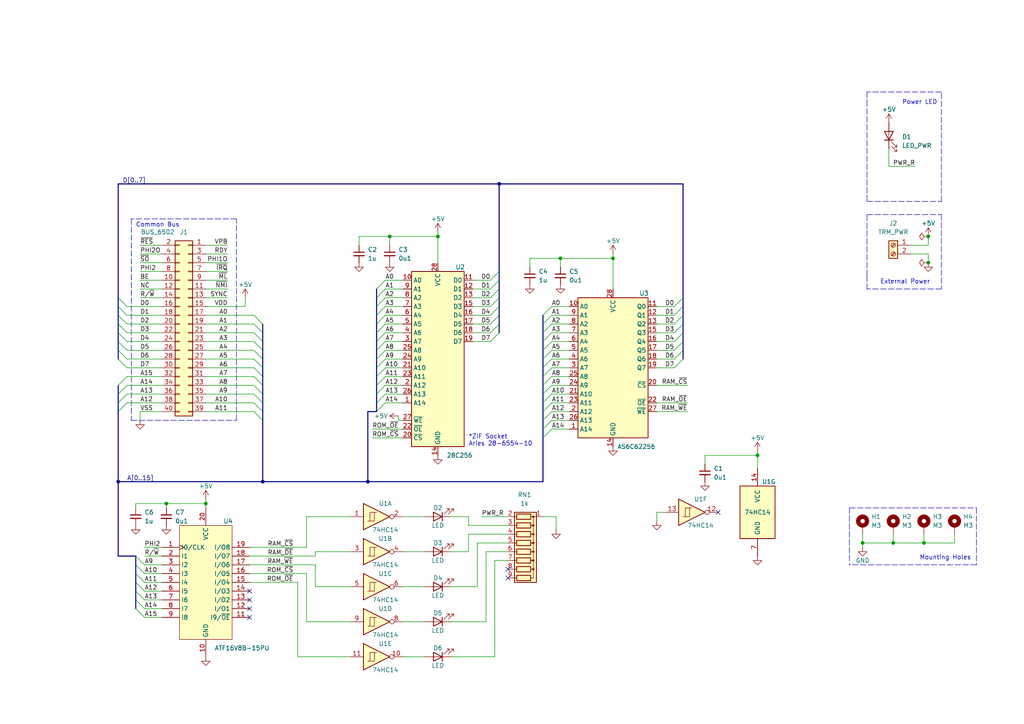
<source format=kicad_sch>
(kicad_sch (version 20211123) (generator eeschema)
  (paper "A4")
  (title_block (title "Retro Stack - RAM & ROM") (date "2023-04-04") (rev "0") (company "Microcode.io"))
  (lib_symbols
    (symbol "74xx:74HC14" (pin_names (offset 1.016))
      (property "Reference" "U" (at 0 1.27 0))
      (property "Value" "74HC14" (at 0 -1.27 0))
      (symbol "74HC14_1_0"
        (pin input line (at -7.62 0 0) (length 3.81) (name "~") (number "1"))
        (pin output inverted (at 7.62 0 180) (length 3.81) (name "~") (number "2"))
      )
      (symbol "74HC14_2_0"
        (pin input line (at -7.62 0 0) (length 3.81) (name "~") (number "3"))
        (pin output inverted (at 7.62 0 180) (length 3.81) (name "~") (number "4"))
      )
      (symbol "74HC14_3_0"
        (pin input line (at -7.62 0 0) (length 3.81) (name "~") (number "5"))
        (pin output inverted (at 7.62 0 180) (length 3.81) (name "~") (number "6"))
      )
      (symbol "74HC14_4_0"
        (pin output inverted (at 7.62 0 180) (length 3.81) (name "~") (number "8"))
        (pin input line (at -7.62 0 0) (length 3.81) (name "~") (number "9"))
      )
      (symbol "74HC14_5_0"
        (pin output inverted (at 7.62 0 180) (length 3.81) (name "~") (number "10"))
        (pin input line (at -7.62 0 0) (length 3.81) (name "~") (number "11"))
      )
      (symbol "74HC14_6_0"
        (pin output inverted (at 7.62 0 180) (length 3.81) (name "~") (number "12"))
        (pin input line (at -7.62 0 0) (length 3.81) (name "~") (number "13"))
      )
      (symbol "74HC14_7_0"
        (pin power_in line (at 0 12.7 270) (length 5.08) (name "VCC") (number "14"))
        (pin power_in line (at 0 -12.7 90) (length 5.08) (name "GND") (number "7"))
      )
    )
    (symbol "Connector:Screw_Terminal_01x02" (pin_names (offset 1.016) hide)
      (property "Reference" "J" (at 0 2.54 0))
      (property "Value" "Screw_Terminal_01x02" (at 0 -5.08 0))
      (symbol "Screw_Terminal_01x02_1_1"
        (pin passive line (at -5.08 0 0) (length 3.81) (name "Pin_1") (number "1"))
        (pin passive line (at -5.08 -2.54 0) (length 3.81) (name "Pin_2") (number "2"))
      )
    )
    (symbol "Connector_Generic:Conn_02x20_Odd_Even" (pin_names (offset 1.016) hide)
      (property "Reference" "J" (at 1.27 25.4 0))
      (property "Value" "Conn_02x20_Odd_Even" (at 1.27 -27.94 0))
      (symbol "Conn_02x20_Odd_Even_1_1"
        (pin passive line (at -5.08 22.86 0) (length 3.81) (name "Pin_1") (number "1"))
        (pin passive line (at 7.62 12.7 180) (length 3.81) (name "Pin_10") (number "10"))
        (pin passive line (at -5.08 10.16 0) (length 3.81) (name "Pin_11") (number "11"))
        (pin passive line (at 7.62 10.16 180) (length 3.81) (name "Pin_12") (number "12"))
        (pin passive line (at -5.08 7.62 0) (length 3.81) (name "Pin_13") (number "13"))
        (pin passive line (at 7.62 7.62 180) (length 3.81) (name "Pin_14") (number "14"))
        (pin passive line (at -5.08 5.08 0) (length 3.81) (name "Pin_15") (number "15"))
        (pin passive line (at 7.62 5.08 180) (length 3.81) (name "Pin_16") (number "16"))
        (pin passive line (at -5.08 2.54 0) (length 3.81) (name "Pin_17") (number "17"))
        (pin passive line (at 7.62 2.54 180) (length 3.81) (name "Pin_18") (number "18"))
        (pin passive line (at -5.08 0 0) (length 3.81) (name "Pin_19") (number "19"))
        (pin passive line (at 7.62 22.86 180) (length 3.81) (name "Pin_2") (number "2"))
        (pin passive line (at 7.62 0 180) (length 3.81) (name "Pin_20") (number "20"))
        (pin passive line (at -5.08 -2.54 0) (length 3.81) (name "Pin_21") (number "21"))
        (pin passive line (at 7.62 -2.54 180) (length 3.81) (name "Pin_22") (number "22"))
        (pin passive line (at -5.08 -5.08 0) (length 3.81) (name "Pin_23") (number "23"))
        (pin passive line (at 7.62 -5.08 180) (length 3.81) (name "Pin_24") (number "24"))
        (pin passive line (at -5.08 -7.62 0) (length 3.81) (name "Pin_25") (number "25"))
        (pin passive line (at 7.62 -7.62 180) (length 3.81) (name "Pin_26") (number "26"))
        (pin passive line (at -5.08 -10.16 0) (length 3.81) (name "Pin_27") (number "27"))
        (pin passive line (at 7.62 -10.16 180) (length 3.81) (name "Pin_28") (number "28"))
        (pin passive line (at -5.08 -12.7 0) (length 3.81) (name "Pin_29") (number "29"))
        (pin passive line (at -5.08 20.32 0) (length 3.81) (name "Pin_3") (number "3"))
        (pin passive line (at 7.62 -12.7 180) (length 3.81) (name "Pin_30") (number "30"))
        (pin passive line (at -5.08 -15.24 0) (length 3.81) (name "Pin_31") (number "31"))
        (pin passive line (at 7.62 -15.24 180) (length 3.81) (name "Pin_32") (number "32"))
        (pin passive line (at -5.08 -17.78 0) (length 3.81) (name "Pin_33") (number "33"))
        (pin passive line (at 7.62 -17.78 180) (length 3.81) (name "Pin_34") (number "34"))
        (pin passive line (at -5.08 -20.32 0) (length 3.81) (name "Pin_35") (number "35"))
        (pin passive line (at 7.62 -20.32 180) (length 3.81) (name "Pin_36") (number "36"))
        (pin passive line (at -5.08 -22.86 0) (length 3.81) (name "Pin_37") (number "37"))
        (pin passive line (at 7.62 -22.86 180) (length 3.81) (name "Pin_38") (number "38"))
        (pin passive line (at -5.08 -25.4 0) (length 3.81) (name "Pin_39") (number "39"))
        (pin passive line (at 7.62 20.32 180) (length 3.81) (name "Pin_4") (number "4"))
        (pin passive line (at 7.62 -25.4 180) (length 3.81) (name "Pin_40") (number "40"))
        (pin passive line (at -5.08 17.78 0) (length 3.81) (name "Pin_5") (number "5"))
        (pin passive line (at 7.62 17.78 180) (length 3.81) (name "Pin_6") (number "6"))
        (pin passive line (at -5.08 15.24 0) (length 3.81) (name "Pin_7") (number "7"))
        (pin passive line (at 7.62 15.24 180) (length 3.81) (name "Pin_8") (number "8"))
        (pin passive line (at -5.08 12.7 0) (length 3.81) (name "Pin_9") (number "9"))
      )
    )
    (symbol "Device:C_Small" (pin_numbers hide) (pin_names (offset 0.254) hide)
      (property "Reference" "C" (at 0.254 1.778 0))
      (property "Value" "C_Small" (at 0.254 -2.032 0))
      (symbol "C_Small_1_1"
        (pin passive line (at 0 2.54 270) (length 2.032) (name "~") (number "1"))
        (pin passive line (at 0 -2.54 90) (length 2.032) (name "~") (number "2"))
      )
    )
    (symbol "Device:LED" (pin_numbers hide) (pin_names (offset 1.016) hide)
      (property "Reference" "D" (at 0 2.54 0))
      (property "Value" "LED" (at 0 -2.54 0))
      (symbol "LED_1_1"
        (pin passive line (at -3.81 0 0) (length 2.54) (name "K") (number "1"))
        (pin passive line (at 3.81 0 180) (length 2.54) (name "A") (number "2"))
      )
    )
    (symbol "Device:R_Network08" (pin_names (offset 0) hide)
      (property "Reference" "RN" (at -12.7 0 90))
      (property "Value" "R_Network08" (at 10.16 0 90))
      (symbol "R_Network08_1_1"
        (pin passive line (at -10.16 5.08 270) (length 2.54) (name "common") (number "1"))
        (pin passive line (at -10.16 -5.08 90) (length 1.27) (name "R1") (number "2"))
        (pin passive line (at -7.62 -5.08 90) (length 1.27) (name "R2") (number "3"))
        (pin passive line (at -5.08 -5.08 90) (length 1.27) (name "R3") (number "4"))
        (pin passive line (at -2.54 -5.08 90) (length 1.27) (name "R4") (number "5"))
        (pin passive line (at 0 -5.08 90) (length 1.27) (name "R5") (number "6"))
        (pin passive line (at 2.54 -5.08 90) (length 1.27) (name "R6") (number "7"))
        (pin passive line (at 5.08 -5.08 90) (length 1.27) (name "R7") (number "8"))
        (pin passive line (at 7.62 -5.08 90) (length 1.27) (name "R8") (number "9"))
      )
    )
    (symbol "Mechanical:MountingHole_Pad" (pin_numbers hide) (pin_names (offset 1.016) hide)
      (property "Reference" "H" (at 0 6.35 0))
      (property "Value" "MountingHole_Pad" (at 0 4.445 0))
      (symbol "MountingHole_Pad_1_1"
        (pin input line (at 0 -2.54 90) (length 2.54) (name "1") (number "1"))
      )
    )
    (symbol "Memory_EEPROM:28C256"
      (property "Reference" "U2" (at 5.08 26.67 0))
      (property "Value" "28C256" (at 2.54 -27.94 0))
      (symbol "28C256_0_0"
        (pin no_connect line (at -2.54 -27.94 90) (length 2.54) hide (name "MH") (number "MH1"))
        (pin no_connect line (at 3.175 27.94 270) (length 2.54) hide (name "MH") (number "MH2"))
      )
      (symbol "28C256_1_1"
        (pin input line (at -10.16 -12.7 0) (length 2.54) (name "A14") (number "1"))
        (pin input line (at -10.16 22.86 0) (length 2.54) (name "A0") (number "10"))
        (pin tri_state line (at 10.16 22.86 180) (length 2.54) (name "D0") (number "11"))
        (pin tri_state line (at 10.16 20.32 180) (length 2.54) (name "D1") (number "12"))
        (pin tri_state line (at 10.16 17.78 180) (length 2.54) (name "D2") (number "13"))
        (pin power_in line (at 0 -27.94 90) (length 2.54) (name "GND") (number "14"))
        (pin tri_state line (at 10.16 15.24 180) (length 2.54) (name "D3") (number "15"))
        (pin tri_state line (at 10.16 12.7 180) (length 2.54) (name "D4") (number "16"))
        (pin tri_state line (at 10.16 10.16 180) (length 2.54) (name "D5") (number "17"))
        (pin tri_state line (at 10.16 7.62 180) (length 2.54) (name "D6") (number "18"))
        (pin tri_state line (at 10.16 5.08 180) (length 2.54) (name "D7") (number "19"))
        (pin input line (at -10.16 -7.62 0) (length 2.54) (name "A12") (number "2"))
        (pin input line (at -10.16 -22.86 0) (length 2.54) (name "~{CS}") (number "20"))
        (pin input line (at -10.16 -2.54 0) (length 2.54) (name "A10") (number "21"))
        (pin input line (at -10.16 -20.32 0) (length 2.54) (name "~{OE}") (number "22"))
        (pin input line (at -10.16 -5.08 0) (length 2.54) (name "A11") (number "23"))
        (pin input line (at -10.16 0 0) (length 2.54) (name "A9") (number "24"))
        (pin input line (at -10.16 2.54 0) (length 2.54) (name "A8") (number "25"))
        (pin input line (at -10.16 -10.16 0) (length 2.54) (name "A13") (number "26"))
        (pin input line (at -10.16 -17.78 0) (length 2.54) (name "~{WE}") (number "27"))
        (pin power_in line (at 0 27.94 270) (length 2.54) (name "VCC") (number "28"))
        (pin input line (at -10.16 5.08 0) (length 2.54) (name "A7") (number "3"))
        (pin input line (at -10.16 7.62 0) (length 2.54) (name "A6") (number "4"))
        (pin input line (at -10.16 10.16 0) (length 2.54) (name "A5") (number "5"))
        (pin input line (at -10.16 12.7 0) (length 2.54) (name "A4") (number "6"))
        (pin input line (at -10.16 15.24 0) (length 2.54) (name "A3") (number "7"))
        (pin input line (at -10.16 17.78 0) (length 2.54) (name "A2") (number "8"))
        (pin input line (at -10.16 20.32 0) (length 2.54) (name "A1") (number "9"))
      )
    )
    (symbol "Memory_RAM:KM62256CLP"
      (property "Reference" "U" (at -10.16 20.955 0))
      (property "Value" "KM62256CLP" (at 2.54 20.955 0))
      (symbol "KM62256CLP_0_0"
        (pin power_in line (at 0 -22.86 90) (length 2.54) (name "GND") (number "14"))
        (pin power_in line (at 0 22.86 270) (length 2.54) (name "VCC") (number "28"))
      )
      (symbol "KM62256CLP_1_1"
        (pin input line (at -12.7 -17.78 0) (length 2.54) (name "A14") (number "1"))
        (pin input line (at -12.7 17.78 0) (length 2.54) (name "A0") (number "10"))
        (pin tri_state line (at 12.7 17.78 180) (length 2.54) (name "Q0") (number "11"))
        (pin tri_state line (at 12.7 15.24 180) (length 2.54) (name "Q1") (number "12"))
        (pin tri_state line (at 12.7 12.7 180) (length 2.54) (name "Q2") (number "13"))
        (pin tri_state line (at 12.7 10.16 180) (length 2.54) (name "Q3") (number "15"))
        (pin tri_state line (at 12.7 7.62 180) (length 2.54) (name "Q4") (number "16"))
        (pin tri_state line (at 12.7 5.08 180) (length 2.54) (name "Q5") (number "17"))
        (pin tri_state line (at 12.7 2.54 180) (length 2.54) (name "Q6") (number "18"))
        (pin tri_state line (at 12.7 0 180) (length 2.54) (name "Q7") (number "19"))
        (pin input line (at -12.7 -12.7 0) (length 2.54) (name "A12") (number "2"))
        (pin input line (at 12.7 -5.08 180) (length 2.54) (name "~{CS}") (number "20"))
        (pin input line (at -12.7 -7.62 0) (length 2.54) (name "A10") (number "21"))
        (pin input line (at 12.7 -10.16 180) (length 2.54) (name "~{OE}") (number "22"))
        (pin input line (at -12.7 -10.16 0) (length 2.54) (name "A11") (number "23"))
        (pin input line (at -12.7 -5.08 0) (length 2.54) (name "A9") (number "24"))
        (pin input line (at -12.7 -2.54 0) (length 2.54) (name "A8") (number "25"))
        (pin input line (at -12.7 -15.24 0) (length 2.54) (name "A13") (number "26"))
        (pin input line (at 12.7 -12.7 180) (length 2.54) (name "~{WE}") (number "27"))
        (pin input line (at -12.7 0 0) (length 2.54) (name "A7") (number "3"))
        (pin input line (at -12.7 2.54 0) (length 2.54) (name "A6") (number "4"))
        (pin input line (at -12.7 5.08 0) (length 2.54) (name "A5") (number "5"))
        (pin input line (at -12.7 7.62 0) (length 2.54) (name "A4") (number "6"))
        (pin input line (at -12.7 10.16 0) (length 2.54) (name "A3") (number "7"))
        (pin input line (at -12.7 12.7 0) (length 2.54) (name "A2") (number "8"))
        (pin input line (at -12.7 15.24 0) (length 2.54) (name "A1") (number "9"))
      )
    )
    (symbol "RetroStack:ATF16V8B-15PU"
      (property "Reference" "U" (at 2.54 20.32 0))
      (property "Value" "ATF16V8B-15PU" (at 8.89 17.78 0))
      (symbol "ATF16V8B-15PU_1_1"
        (pin input clock (at -12.7 10.16 0) (length 5.08) (name "I0/CLK") (number "1"))
        (pin power_in line (at 0 -21.59 90) (length 5.08) (name "GND") (number "10"))
        (pin input line (at 12.7 -10.16 180) (length 5.08) (name "I9/~{OE}") (number "11"))
        (pin bidirectional line (at 12.7 -7.62 180) (length 5.08) (name "I/O1") (number "12"))
        (pin bidirectional line (at 12.7 -5.08 180) (length 5.08) (name "I/O2") (number "13"))
        (pin bidirectional line (at 12.7 -2.54 180) (length 5.08) (name "I/O3") (number "14"))
        (pin bidirectional line (at 12.7 0 180) (length 5.08) (name "I/O4") (number "15"))
        (pin bidirectional line (at 12.7 2.54 180) (length 5.08) (name "I/O5") (number "16"))
        (pin bidirectional line (at 12.7 5.08 180) (length 5.08) (name "I/O6") (number "17"))
        (pin bidirectional line (at 12.7 7.62 180) (length 5.08) (name "I/O7") (number "18"))
        (pin bidirectional line (at 12.7 10.16 180) (length 5.08) (name "I/O8") (number "19"))
        (pin input line (at -12.7 7.62 0) (length 5.08) (name "I1") (number "2"))
        (pin power_in line (at 0 21.59 270) (length 5.08) (name "VCC") (number "20"))
        (pin input line (at -12.7 5.08 0) (length 5.08) (name "I2") (number "3"))
        (pin input line (at -12.7 2.54 0) (length 5.08) (name "I3") (number "4"))
        (pin input line (at -12.7 0 0) (length 5.08) (name "I4") (number "5"))
        (pin input line (at -12.7 -2.54 0) (length 5.08) (name "I5") (number "6"))
        (pin input line (at -12.7 -5.08 0) (length 5.08) (name "I6") (number "7"))
        (pin input line (at -12.7 -7.62 0) (length 5.08) (name "I7") (number "8"))
        (pin input line (at -12.7 -10.16 0) (length 5.08) (name "I8") (number "9"))
      )
    )
    (symbol "power:+5V" (power) (pin_names (offset 0))
      (property "Value" "+5V" (at 0 3.556 0))
      (symbol "+5V_1_1"
        (pin power_in line (at 0 0 90) (length 0) hide (name "+5V") (number "1"))
      )
    )
    (symbol "power:GND" (power) (pin_names (offset 0))
      (property "Value" "GND" (at 0 -3.81 0))
      (symbol "GND_1_1"
        (pin power_in line (at 0 0 270) (length 0) hide (name "GND") (number "1"))
      )
    )
    (symbol "power:PWR_FLAG" (power) (pin_numbers hide) (pin_names (offset 0) hide)
      (property "Value" "PWR_FLAG" (at 0 3.81 0))
      (symbol "PWR_FLAG_0_0"
        (pin power_out line (at 0 0 90) (length 0) (name "pwr") (number "1"))
      )
    )
  )
  (junction (at 219.71 132.08))
  (junction (at 269.24 76.2))
  (junction (at 48.26 146.05))
  (junction (at 144.78 53.34))
  (junction (at 269.24 68.58))
  (junction (at 34.29 139.7))
  (junction (at 113.03 68.58))
  (junction (at 177.8 74.93))
  (junction (at 259.08 157.48))
  (junction (at 127 68.58))
  (junction (at 59.69 146.05))
  (junction (at 162.56 74.93))
  (junction (at 267.97 157.48))
  (junction (at 76.2 139.7))
  (junction (at 106.68 139.7))
  (junction (at 250.19 157.48))
  (no_connect (at 208.28 148.59))
  (no_connect (at 72.39 171.45))
  (no_connect (at 147.32 165.1))
  (no_connect (at 72.39 176.53))
  (no_connect (at 72.39 173.99))
  (no_connect (at 147.32 167.64))
  (no_connect (at 72.39 179.07))
  (bus_entry (at 73.66 96.52) (size 2.54 2.54))
  (bus_entry (at 160.02 104.14) (size -2.54 2.54))
  (bus_entry (at 160.02 124.46) (size -2.54 2.54))
  (bus_entry (at 73.66 109.22) (size 2.54 2.54))
  (bus_entry (at 73.66 93.98) (size 2.54 2.54))
  (bus_entry (at 36.83 88.9) (size -2.54 -2.54))
  (bus_entry (at 195.58 91.44) (size 2.54 -2.54))
  (bus_entry (at 36.83 116.84) (size -2.54 2.54))
  (bus_entry (at 36.83 99.06) (size -2.54 -2.54))
  (bus_entry (at 41.91 176.53) (size -2.54 -2.54))
  (bus_entry (at 36.83 104.14) (size -2.54 -2.54))
  (bus_entry (at 160.02 116.84) (size -2.54 2.54))
  (bus_entry (at 195.58 99.06) (size 2.54 -2.54))
  (bus_entry (at 111.76 81.28) (size -2.54 2.54))
  (bus_entry (at 142.24 81.28) (size 2.54 -2.54))
  (bus_entry (at 160.02 93.98) (size -2.54 2.54))
  (bus_entry (at 41.91 179.07) (size -2.54 -2.54))
  (bus_entry (at 111.76 83.82) (size -2.54 2.54))
  (bus_entry (at 36.83 96.52) (size -2.54 -2.54))
  (bus_entry (at 160.02 101.6) (size -2.54 2.54))
  (bus_entry (at 36.83 114.3) (size -2.54 2.54))
  (bus_entry (at 73.66 104.14) (size 2.54 2.54))
  (bus_entry (at 160.02 111.76) (size -2.54 2.54))
  (bus_entry (at 73.66 114.3) (size 2.54 2.54))
  (bus_entry (at 111.76 111.76) (size -2.54 2.54))
  (bus_entry (at 73.66 111.76) (size 2.54 2.54))
  (bus_entry (at 73.66 116.84) (size 2.54 2.54))
  (bus_entry (at 111.76 114.3) (size -2.54 2.54))
  (bus_entry (at 36.83 101.6) (size -2.54 -2.54))
  (bus_entry (at 36.83 111.76) (size -2.54 2.54))
  (bus_entry (at 111.76 104.14) (size -2.54 2.54))
  (bus_entry (at 195.58 93.98) (size 2.54 -2.54))
  (bus_entry (at 111.76 86.36) (size -2.54 2.54))
  (bus_entry (at 160.02 99.06) (size -2.54 2.54))
  (bus_entry (at 36.83 93.98) (size -2.54 -2.54))
  (bus_entry (at 73.66 106.68) (size 2.54 2.54))
  (bus_entry (at 142.24 83.82) (size 2.54 -2.54))
  (bus_entry (at 73.66 91.44) (size 2.54 2.54))
  (bus_entry (at 111.76 109.22) (size -2.54 2.54))
  (bus_entry (at 195.58 96.52) (size 2.54 -2.54))
  (bus_entry (at 111.76 96.52) (size -2.54 2.54))
  (bus_entry (at 111.76 116.84) (size -2.54 2.54))
  (bus_entry (at 41.91 173.99) (size -2.54 -2.54))
  (bus_entry (at 142.24 96.52) (size 2.54 -2.54))
  (bus_entry (at 41.91 166.37) (size -2.54 -2.54))
  (bus_entry (at 111.76 93.98) (size -2.54 2.54))
  (bus_entry (at 111.76 99.06) (size -2.54 2.54))
  (bus_entry (at 36.83 91.44) (size -2.54 -2.54))
  (bus_entry (at 142.24 91.44) (size 2.54 -2.54))
  (bus_entry (at 111.76 91.44) (size -2.54 2.54))
  (bus_entry (at 160.02 106.68) (size -2.54 2.54))
  (bus_entry (at 36.83 106.68) (size -2.54 -2.54))
  (bus_entry (at 142.24 86.36) (size 2.54 -2.54))
  (bus_entry (at 160.02 91.44) (size -2.54 2.54))
  (bus_entry (at 195.58 106.68) (size 2.54 -2.54))
  (bus_entry (at 73.66 119.38) (size 2.54 2.54))
  (bus_entry (at 160.02 88.9) (size -2.54 2.54))
  (bus_entry (at 41.91 163.83) (size -2.54 -2.54))
  (bus_entry (at 160.02 114.3) (size -2.54 2.54))
  (bus_entry (at 142.24 93.98) (size 2.54 -2.54))
  (bus_entry (at 36.83 109.22) (size -2.54 2.54))
  (bus_entry (at 142.24 99.06) (size 2.54 -2.54))
  (bus_entry (at 195.58 104.14) (size 2.54 -2.54))
  (bus_entry (at 160.02 96.52) (size -2.54 2.54))
  (bus_entry (at 73.66 99.06) (size 2.54 2.54))
  (bus_entry (at 195.58 88.9) (size 2.54 -2.54))
  (bus_entry (at 73.66 101.6) (size 2.54 2.54))
  (bus_entry (at 111.76 106.68) (size -2.54 2.54))
  (bus_entry (at 41.91 168.91) (size -2.54 -2.54))
  (bus_entry (at 160.02 109.22) (size -2.54 2.54))
  (bus_entry (at 160.02 119.38) (size -2.54 2.54))
  (bus_entry (at 195.58 101.6) (size 2.54 -2.54))
  (bus_entry (at 142.24 88.9) (size 2.54 -2.54))
  (bus_entry (at 111.76 88.9) (size -2.54 2.54))
  (bus_entry (at 111.76 101.6) (size -2.54 2.54))
  (bus_entry (at 41.91 171.45) (size -2.54 -2.54))
  (bus_entry (at 160.02 121.92) (size -2.54 2.54))
  (bus (pts (xy 157.48 121.92) (xy 157.48 124.46)))
  (wire (pts (xy 91.44 160.02) (xy 91.44 161.29)))
  (wire (pts (xy 130.81 190.5) (xy 143.51 190.5)))
  (wire (pts (xy 111.76 83.82) (xy 116.84 83.82)))
  (bus (pts (xy 34.29 111.76) (xy 34.29 114.3)))
  (wire (pts (xy 190.5 96.52) (xy 195.58 96.52)))
  (wire (pts (xy 111.76 86.36) (xy 116.84 86.36)))
  (bus (pts (xy 109.22 86.36) (xy 109.22 88.9)))
  (wire (pts (xy 177.8 74.93) (xy 177.8 83.82)))
  (bus (pts (xy 34.29 93.98) (xy 34.29 91.44)))
  (wire (pts (xy 130.81 180.34) (xy 140.97 180.34)))
  (wire (pts (xy 219.71 130.81) (xy 219.71 132.08)))
  (bus (pts (xy 34.29 86.36) (xy 34.29 53.34)))
  (wire (pts (xy 137.16 83.82) (xy 142.24 83.82)))
  (bus (pts (xy 109.22 111.76) (xy 109.22 114.3)))
  (bus (pts (xy 76.2 111.76) (xy 76.2 114.3)))
  (wire (pts (xy 190.5 88.9) (xy 195.58 88.9)))
  (wire (pts (xy 190.5 93.98) (xy 195.58 93.98)))
  (wire (pts (xy 41.91 161.29) (xy 46.99 161.29)))
  (wire (pts (xy 111.76 93.98) (xy 116.84 93.98)))
  (wire (pts (xy 59.69 96.52) (xy 73.66 96.52)))
  (wire (pts (xy 101.6 149.86) (xy 88.9 149.86)))
  (wire (pts (xy 101.6 180.34) (xy 88.9 180.34)))
  (wire (pts (xy 143.51 190.5) (xy 143.51 162.56)))
  (bus (pts (xy 144.78 88.9) (xy 144.78 91.44)))
  (wire (pts (xy 36.83 116.84) (xy 46.99 116.84)))
  (wire (pts (xy 36.83 104.14) (xy 46.99 104.14)))
  (wire (pts (xy 72.39 166.37) (xy 88.9 166.37)))
  (wire (pts (xy 101.6 160.02) (xy 91.44 160.02)))
  (bus (pts (xy 34.29 53.34) (xy 144.78 53.34)))
  (wire (pts (xy 111.76 111.76) (xy 116.84 111.76)))
  (wire (pts (xy 88.9 180.34) (xy 88.9 166.37)))
  (wire (pts (xy 36.83 106.68) (xy 46.99 106.68)))
  (wire (pts (xy 40.64 81.28) (xy 46.99 81.28)))
  (bus (pts (xy 157.48 127) (xy 157.48 139.7)))
  (wire (pts (xy 59.69 116.84) (xy 73.66 116.84)))
  (wire (pts (xy 111.76 104.14) (xy 116.84 104.14)))
  (bus (pts (xy 76.2 101.6) (xy 76.2 104.14)))
  (wire (pts (xy 190.5 101.6) (xy 195.58 101.6)))
  (polyline (pts (xy 273.05 26.67) (xy 251.46 26.67)))
  (polyline (pts (xy 251.46 29.21) (xy 251.46 58.42)))
  (wire (pts (xy 36.83 91.44) (xy 46.99 91.44)))
  (bus (pts (xy 34.29 101.6) (xy 34.29 99.06)))
  (wire (pts (xy 72.39 168.91) (xy 86.36 168.91)))
  (bus (pts (xy 39.37 161.29) (xy 34.29 161.29)))
  (polyline (pts (xy 273.05 62.23) (xy 273.05 83.82)))
  (bus (pts (xy 106.68 119.38) (xy 106.68 139.7)))
  (wire (pts (xy 116.84 149.86) (xy 123.19 149.86)))
  (wire (pts (xy 59.69 76.2) (xy 66.04 76.2)))
  (wire (pts (xy 59.69 88.9) (xy 71.12 88.9)))
  (wire (pts (xy 267.97 157.48) (xy 259.08 157.48)))
  (wire (pts (xy 127 67.31) (xy 127 68.58)))
  (wire (pts (xy 72.39 161.29) (xy 91.44 161.29)))
  (wire (pts (xy 160.02 93.98) (xy 165.1 93.98)))
  (wire (pts (xy 111.76 96.52) (xy 116.84 96.52)))
  (bus (pts (xy 109.22 96.52) (xy 109.22 99.06)))
  (wire (pts (xy 104.14 71.12) (xy 104.14 68.58)))
  (wire (pts (xy 160.02 116.84) (xy 165.1 116.84)))
  (wire (pts (xy 36.83 114.3) (xy 46.99 114.3)))
  (bus (pts (xy 144.78 93.98) (xy 144.78 96.52)))
  (wire (pts (xy 111.76 88.9) (xy 116.84 88.9)))
  (bus (pts (xy 39.37 171.45) (xy 39.37 168.91)))
  (wire (pts (xy 40.64 119.38) (xy 46.99 119.38)))
  (wire (pts (xy 59.69 106.68) (xy 73.66 106.68)))
  (polyline (pts (xy 251.46 80.01) (xy 251.46 62.23)))
  (bus (pts (xy 34.29 119.38) (xy 34.29 139.7)))
  (wire (pts (xy 59.69 104.14) (xy 73.66 104.14)))
  (wire (pts (xy 137.16 81.28) (xy 142.24 81.28)))
  (bus (pts (xy 76.2 106.68) (xy 76.2 109.22)))
  (bus (pts (xy 198.12 93.98) (xy 198.12 91.44)))
  (bus (pts (xy 76.2 104.14) (xy 76.2 106.68)))
  (polyline (pts (xy 246.38 147.32) (xy 283.21 147.32)))
  (wire (pts (xy 264.16 71.12) (xy 269.24 71.12)))
  (bus (pts (xy 157.48 124.46) (xy 157.48 127)))
  (wire (pts (xy 59.69 93.98) (xy 73.66 93.98)))
  (wire (pts (xy 137.16 96.52) (xy 142.24 96.52)))
  (bus (pts (xy 198.12 99.06) (xy 198.12 96.52)))
  (polyline (pts (xy 251.46 58.42) (xy 273.05 58.42)))
  (wire (pts (xy 190.5 148.59) (xy 193.04 148.59)))
  (wire (pts (xy 115.57 121.92) (xy 116.84 121.92)))
  (bus (pts (xy 109.22 119.38) (xy 106.68 119.38)))
  (wire (pts (xy 59.69 78.74) (xy 66.04 78.74)))
  (wire (pts (xy 41.91 158.75) (xy 46.99 158.75)))
  (wire (pts (xy 59.69 114.3) (xy 73.66 114.3)))
  (wire (pts (xy 86.36 190.5) (xy 86.36 168.91)))
  (wire (pts (xy 137.16 86.36) (xy 142.24 86.36)))
  (polyline (pts (xy 283.21 163.83) (xy 246.38 163.83)))
  (bus (pts (xy 157.48 91.44) (xy 157.48 93.98)))
  (wire (pts (xy 111.76 116.84) (xy 116.84 116.84)))
  (wire (pts (xy 139.7 149.86) (xy 147.32 149.86)))
  (wire (pts (xy 39.37 146.05) (xy 48.26 146.05)))
  (wire (pts (xy 41.91 173.99) (xy 46.99 173.99)))
  (bus (pts (xy 109.22 109.22) (xy 109.22 111.76)))
  (bus (pts (xy 109.22 104.14) (xy 109.22 106.68)))
  (polyline (pts (xy 38.1 121.92) (xy 68.58 121.92)))
  (wire (pts (xy 59.69 83.82) (xy 66.04 83.82)))
  (bus (pts (xy 144.78 83.82) (xy 144.78 86.36)))
  (wire (pts (xy 111.76 114.3) (xy 116.84 114.3)))
  (wire (pts (xy 59.69 91.44) (xy 73.66 91.44)))
  (wire (pts (xy 40.64 76.2) (xy 46.99 76.2)))
  (bus (pts (xy 144.78 78.74) (xy 144.78 81.28)))
  (wire (pts (xy 135.89 149.86) (xy 135.89 152.4)))
  (bus (pts (xy 76.2 93.98) (xy 76.2 96.52)))
  (bus (pts (xy 198.12 104.14) (xy 198.12 101.6)))
  (wire (pts (xy 140.97 180.34) (xy 140.97 160.02)))
  (wire (pts (xy 162.56 74.93) (xy 162.56 77.47)))
  (wire (pts (xy 204.47 132.08) (xy 204.47 134.62)))
  (bus (pts (xy 76.2 139.7) (xy 106.68 139.7)))
  (wire (pts (xy 199.39 111.76) (xy 190.5 111.76)))
  (wire (pts (xy 111.76 101.6) (xy 116.84 101.6)))
  (wire (pts (xy 157.48 149.86) (xy 161.29 149.86)))
  (wire (pts (xy 160.02 88.9) (xy 165.1 88.9)))
  (bus (pts (xy 157.48 119.38) (xy 157.48 121.92)))
  (wire (pts (xy 41.91 171.45) (xy 46.99 171.45)))
  (wire (pts (xy 116.84 180.34) (xy 123.19 180.34)))
  (wire (pts (xy 59.69 109.22) (xy 73.66 109.22)))
  (wire (pts (xy 40.64 83.82) (xy 46.99 83.82)))
  (wire (pts (xy 259.08 154.94) (xy 259.08 157.48)))
  (wire (pts (xy 190.5 106.68) (xy 195.58 106.68)))
  (wire (pts (xy 59.69 146.05) (xy 59.69 147.32)))
  (wire (pts (xy 48.26 146.05) (xy 59.69 146.05)))
  (bus (pts (xy 34.29 139.7) (xy 76.2 139.7)))
  (bus (pts (xy 76.2 119.38) (xy 76.2 121.92)))
  (wire (pts (xy 40.64 78.74) (xy 46.99 78.74)))
  (wire (pts (xy 190.5 104.14) (xy 195.58 104.14)))
  (wire (pts (xy 111.76 91.44) (xy 116.84 91.44)))
  (wire (pts (xy 59.69 86.36) (xy 66.04 86.36)))
  (wire (pts (xy 36.83 109.22) (xy 46.99 109.22)))
  (wire (pts (xy 137.16 93.98) (xy 142.24 93.98)))
  (wire (pts (xy 160.02 106.68) (xy 165.1 106.68)))
  (wire (pts (xy 267.97 154.94) (xy 267.97 157.48)))
  (polyline (pts (xy 251.46 62.23) (xy 273.05 62.23)))
  (wire (pts (xy 41.91 166.37) (xy 46.99 166.37)))
  (bus (pts (xy 34.29 88.9) (xy 34.29 86.36)))
  (wire (pts (xy 160.02 109.22) (xy 165.1 109.22)))
  (wire (pts (xy 162.56 74.93) (xy 177.8 74.93)))
  (wire (pts (xy 91.44 170.18) (xy 91.44 163.83)))
  (polyline (pts (xy 38.1 63.5) (xy 38.1 121.92)))
  (wire (pts (xy 250.19 158.75) (xy 250.19 157.48)))
  (bus (pts (xy 157.48 104.14) (xy 157.48 106.68)))
  (bus (pts (xy 157.48 96.52) (xy 157.48 99.06)))
  (wire (pts (xy 59.69 111.76) (xy 73.66 111.76)))
  (bus (pts (xy 76.2 109.22) (xy 76.2 111.76)))
  (bus (pts (xy 198.12 91.44) (xy 198.12 88.9)))
  (wire (pts (xy 59.69 81.28) (xy 66.04 81.28)))
  (bus (pts (xy 76.2 121.92) (xy 76.2 139.7)))
  (wire (pts (xy 204.47 132.08) (xy 219.71 132.08)))
  (wire (pts (xy 160.02 124.46) (xy 165.1 124.46)))
  (wire (pts (xy 257.81 43.18) (xy 257.81 48.26)))
  (wire (pts (xy 153.67 74.93) (xy 162.56 74.93)))
  (bus (pts (xy 34.29 114.3) (xy 34.29 116.84)))
  (wire (pts (xy 257.81 48.26) (xy 265.43 48.26)))
  (wire (pts (xy 137.16 88.9) (xy 142.24 88.9)))
  (bus (pts (xy 34.29 91.44) (xy 34.29 88.9)))
  (wire (pts (xy 160.02 121.92) (xy 165.1 121.92)))
  (wire (pts (xy 107.95 124.46) (xy 116.84 124.46)))
  (wire (pts (xy 111.76 81.28) (xy 116.84 81.28)))
  (bus (pts (xy 157.48 101.6) (xy 157.48 104.14)))
  (bus (pts (xy 76.2 96.52) (xy 76.2 99.06)))
  (wire (pts (xy 40.64 121.92) (xy 40.64 119.38)))
  (wire (pts (xy 71.12 86.36) (xy 71.12 88.9)))
  (wire (pts (xy 160.02 114.3) (xy 165.1 114.3)))
  (wire (pts (xy 130.81 160.02) (xy 135.89 160.02)))
  (wire (pts (xy 72.39 158.75) (xy 88.9 158.75)))
  (wire (pts (xy 40.64 73.66) (xy 46.99 73.66)))
  (bus (pts (xy 198.12 96.52) (xy 198.12 93.98)))
  (wire (pts (xy 160.02 119.38) (xy 165.1 119.38)))
  (wire (pts (xy 199.39 119.38) (xy 190.5 119.38)))
  (wire (pts (xy 41.91 168.91) (xy 46.99 168.91)))
  (bus (pts (xy 106.68 139.7) (xy 157.48 139.7)))
  (bus (pts (xy 34.29 116.84) (xy 34.29 119.38)))
  (wire (pts (xy 269.24 73.66) (xy 269.24 76.2)))
  (wire (pts (xy 177.8 73.66) (xy 177.8 74.93)))
  (bus (pts (xy 157.48 106.68) (xy 157.48 109.22)))
  (bus (pts (xy 109.22 114.3) (xy 109.22 116.84)))
  (wire (pts (xy 59.69 101.6) (xy 73.66 101.6)))
  (wire (pts (xy 111.76 106.68) (xy 116.84 106.68)))
  (bus (pts (xy 109.22 93.98) (xy 109.22 96.52)))
  (wire (pts (xy 161.29 149.86) (xy 161.29 153.67)))
  (wire (pts (xy 160.02 91.44) (xy 165.1 91.44)))
  (polyline (pts (xy 283.21 147.32) (xy 283.21 163.83)))
  (bus (pts (xy 76.2 116.84) (xy 76.2 119.38)))
  (wire (pts (xy 36.83 99.06) (xy 46.99 99.06)))
  (wire (pts (xy 59.69 144.78) (xy 59.69 146.05)))
  (wire (pts (xy 140.97 160.02) (xy 147.32 160.02)))
  (wire (pts (xy 59.69 73.66) (xy 66.04 73.66)))
  (wire (pts (xy 48.26 146.05) (xy 48.26 147.32)))
  (wire (pts (xy 59.69 99.06) (xy 73.66 99.06)))
  (wire (pts (xy 36.83 93.98) (xy 46.99 93.98)))
  (wire (pts (xy 116.84 160.02) (xy 123.19 160.02)))
  (bus (pts (xy 109.22 99.06) (xy 109.22 101.6)))
  (wire (pts (xy 160.02 99.06) (xy 165.1 99.06)))
  (bus (pts (xy 157.48 111.76) (xy 157.48 114.3)))
  (bus (pts (xy 109.22 101.6) (xy 109.22 104.14)))
  (wire (pts (xy 135.89 160.02) (xy 135.89 154.94)))
  (wire (pts (xy 160.02 101.6) (xy 165.1 101.6)))
  (wire (pts (xy 199.39 116.84) (xy 190.5 116.84)))
  (wire (pts (xy 41.91 179.07) (xy 46.99 179.07)))
  (wire (pts (xy 127 68.58) (xy 127 76.2)))
  (bus (pts (xy 144.78 91.44) (xy 144.78 93.98)))
  (wire (pts (xy 104.14 68.58) (xy 113.03 68.58)))
  (bus (pts (xy 157.48 116.84) (xy 157.48 119.38)))
  (bus (pts (xy 144.78 86.36) (xy 144.78 88.9)))
  (polyline (pts (xy 251.46 80.01) (xy 251.46 83.82)))
  (bus (pts (xy 109.22 116.84) (xy 109.22 119.38)))
  (wire (pts (xy 113.03 68.58) (xy 113.03 71.12)))
  (bus (pts (xy 198.12 86.36) (xy 198.12 53.34)))
  (wire (pts (xy 113.03 68.58) (xy 127 68.58)))
  (polyline (pts (xy 68.58 121.92) (xy 68.58 63.5)))
  (wire (pts (xy 276.86 154.94) (xy 276.86 157.48)))
  (wire (pts (xy 116.84 170.18) (xy 123.19 170.18)))
  (bus (pts (xy 157.48 99.06) (xy 157.48 101.6)))
  (wire (pts (xy 101.6 170.18) (xy 91.44 170.18)))
  (wire (pts (xy 41.91 163.83) (xy 46.99 163.83)))
  (wire (pts (xy 137.16 91.44) (xy 142.24 91.44)))
  (wire (pts (xy 250.19 157.48) (xy 250.19 154.94)))
  (bus (pts (xy 144.78 53.34) (xy 144.78 78.74)))
  (polyline (pts (xy 251.46 26.67) (xy 251.46 29.21)))
  (wire (pts (xy 160.02 104.14) (xy 165.1 104.14)))
  (wire (pts (xy 153.67 77.47) (xy 153.67 74.93)))
  (polyline (pts (xy 273.05 58.42) (xy 273.05 26.67)))
  (bus (pts (xy 157.48 109.22) (xy 157.48 111.76)))
  (wire (pts (xy 138.43 170.18) (xy 138.43 157.48)))
  (bus (pts (xy 39.37 166.37) (xy 39.37 163.83)))
  (wire (pts (xy 115.57 120.65) (xy 115.57 121.92)))
  (bus (pts (xy 34.29 96.52) (xy 34.29 93.98)))
  (bus (pts (xy 198.12 101.6) (xy 198.12 99.06)))
  (bus (pts (xy 109.22 91.44) (xy 109.22 93.98)))
  (wire (pts (xy 259.08 157.48) (xy 250.19 157.48)))
  (wire (pts (xy 160.02 111.76) (xy 165.1 111.76)))
  (wire (pts (xy 72.39 163.83) (xy 91.44 163.83)))
  (wire (pts (xy 135.89 154.94) (xy 147.32 154.94)))
  (wire (pts (xy 36.83 111.76) (xy 46.99 111.76)))
  (wire (pts (xy 190.5 151.13) (xy 190.5 148.59)))
  (polyline (pts (xy 68.58 63.5) (xy 38.1 63.5)))
  (wire (pts (xy 190.5 99.06) (xy 195.58 99.06)))
  (bus (pts (xy 39.37 176.53) (xy 39.37 173.99)))
  (wire (pts (xy 88.9 149.86) (xy 88.9 158.75)))
  (wire (pts (xy 59.69 119.38) (xy 73.66 119.38)))
  (wire (pts (xy 36.83 101.6) (xy 46.99 101.6)))
  (wire (pts (xy 137.16 99.06) (xy 142.24 99.06)))
  (bus (pts (xy 109.22 88.9) (xy 109.22 91.44)))
  (bus (pts (xy 39.37 163.83) (xy 39.37 161.29)))
  (wire (pts (xy 39.37 147.32) (xy 39.37 146.05)))
  (bus (pts (xy 198.12 88.9) (xy 198.12 86.36)))
  (bus (pts (xy 34.29 104.14) (xy 34.29 101.6)))
  (wire (pts (xy 269.24 71.12) (xy 269.24 68.58)))
  (wire (pts (xy 59.69 71.12) (xy 66.04 71.12)))
  (wire (pts (xy 111.76 99.06) (xy 116.84 99.06)))
  (bus (pts (xy 157.48 114.3) (xy 157.48 116.84)))
  (bus (pts (xy 76.2 114.3) (xy 76.2 116.84)))
  (bus (pts (xy 39.37 173.99) (xy 39.37 171.45)))
  (wire (pts (xy 40.64 71.12) (xy 46.99 71.12)))
  (wire (pts (xy 135.89 152.4) (xy 147.32 152.4)))
  (bus (pts (xy 198.12 53.34) (xy 144.78 53.34)))
  (wire (pts (xy 41.91 176.53) (xy 46.99 176.53)))
  (wire (pts (xy 138.43 157.48) (xy 147.32 157.48)))
  (bus (pts (xy 76.2 99.06) (xy 76.2 101.6)))
  (wire (pts (xy 264.16 73.66) (xy 269.24 73.66)))
  (wire (pts (xy 101.6 190.5) (xy 86.36 190.5)))
  (wire (pts (xy 36.83 96.52) (xy 46.99 96.52)))
  (wire (pts (xy 116.84 190.5) (xy 123.19 190.5)))
  (bus (pts (xy 109.22 106.68) (xy 109.22 109.22)))
  (wire (pts (xy 107.95 127) (xy 116.84 127)))
  (polyline (pts (xy 273.05 83.82) (xy 251.46 83.82)))
  (bus (pts (xy 109.22 83.82) (xy 109.22 86.36)))
  (bus (pts (xy 157.48 93.98) (xy 157.48 96.52)))
  (bus (pts (xy 39.37 168.91) (xy 39.37 166.37)))
  (bus (pts (xy 144.78 81.28) (xy 144.78 83.82)))
  (wire (pts (xy 40.64 86.36) (xy 46.99 86.36)))
  (wire (pts (xy 130.81 170.18) (xy 138.43 170.18)))
  (wire (pts (xy 160.02 96.52) (xy 165.1 96.52)))
  (bus (pts (xy 34.29 161.29) (xy 34.29 139.7)))
  (wire (pts (xy 36.83 88.9) (xy 46.99 88.9)))
  (polyline (pts (xy 246.38 147.32) (xy 246.38 163.83)))
  (wire (pts (xy 190.5 91.44) (xy 195.58 91.44)))
  (wire (pts (xy 143.51 162.56) (xy 147.32 162.56)))
  (wire (pts (xy 219.71 132.08) (xy 219.71 135.89)))
  (bus (pts (xy 34.29 99.06) (xy 34.29 96.52)))
  (wire (pts (xy 111.76 109.22) (xy 116.84 109.22)))
  (wire (pts (xy 130.81 149.86) (xy 135.89 149.86)))
  (wire (pts (xy 276.86 157.48) (xy 267.97 157.48)))
  (text "Power LED" (at 261.62 30.48 0) (effects (font (size 1.27 1.27)) (justify left bottom)))
  (text "External Power" (at 255.27 82.55 0) (effects (font (size 1.27 1.27)) (justify left bottom)))
  (text "*ZIF Socket\nAries 28-6554-10" (at 135.89 129.54 0) (effects (font (size 1.27 1.27)) (justify left bottom)))
  (text "Common Bus" (at 39.37 66.04 0) (effects (font (size 1.27 1.27)) (justify left bottom)))
  (text "Mounting Holes" (at 266.7 162.56 0) (effects (font (size 1.27 1.27)) (justify left bottom)))
  (label "PHI1O" (at 66.04 76.2 180))
  (label "R{slash}~{W}" (at 41.91 161.29 0))
  (label "D1" (at 142.24 83.82 180))
  (label "~{SO}" (at 40.64 76.2 0))
  (label "A10" (at 160.02 114.3 0))
  (label "A9" (at 41.91 163.83 0))
  (label "D1" (at 195.58 91.44 180))
  (label "A13" (at 111.76 114.3 0))
  (label "A11" (at 111.76 109.22 0))
  (label "D6" (at 142.24 96.52 180))
  (label "A6" (at 160.02 104.14 0))
  (label "A2" (at 160.02 93.98 0))
  (label "A14" (at 111.76 116.84 0))
  (label "A10" (at 41.91 166.37 0))
  (label "D3" (at 142.24 88.9 180))
  (label "ROM_~{OE}" (at 107.95 124.46 0))
  (label "RAM_~{CS}" (at 199.39 111.76 180))
  (label "PWR_R" (at 265.43 48.26 180))
  (label "D6" (at 40.64 104.14 0))
  (label "D3" (at 195.58 96.52 180))
  (label "A12" (at 40.64 116.84 0))
  (label "A0" (at 111.76 81.28 0))
  (label "A2" (at 111.76 86.36 0))
  (label "A10" (at 66.04 116.84 180))
  (label "ROM_~{CS}" (at 85.09 166.37 180))
  (label "ROM_~{OE}" (at 85.09 168.91 180))
  (label "A12" (at 160.02 119.38 0))
  (label "D5" (at 142.24 93.98 180))
  (label "A11" (at 160.02 116.84 0))
  (label "NC" (at 40.64 83.82 0))
  (label "A6" (at 66.04 106.68 180))
  (label "D5" (at 195.58 101.6 180))
  (label "A14" (at 160.02 124.46 0))
  (label "D2" (at 142.24 86.36 180))
  (label "A[0..15]" (at 36.83 139.7 0))
  (label "A1" (at 160.02 91.44 0))
  (label "A13" (at 40.64 114.3 0))
  (label "A13" (at 41.91 173.99 0))
  (label "D0" (at 40.64 88.9 0))
  (label "A12" (at 111.76 111.76 0))
  (label "A9" (at 111.76 104.14 0))
  (label "A12" (at 41.91 171.45 0))
  (label "D4" (at 40.64 99.06 0))
  (label "A0" (at 160.02 88.9 0))
  (label "~{NMI}" (at 66.04 83.82 180))
  (label "RAM_~{CS}" (at 85.09 158.75 180))
  (label "RAM_~{WE}" (at 85.09 163.83 180))
  (label "A5" (at 66.04 104.14 180))
  (label "A7" (at 160.02 106.68 0))
  (label "A3" (at 160.02 96.52 0))
  (label "A1" (at 111.76 83.82 0))
  (label "BE" (at 40.64 81.28 0))
  (label "A1" (at 66.04 93.98 180))
  (label "D4" (at 142.24 91.44 180))
  (label "A7" (at 111.76 99.06 0))
  (label "D0" (at 195.58 88.9 180))
  (label "A2" (at 66.04 96.52 180))
  (label "D0" (at 142.24 81.28 180))
  (label "RAM_~{OE}" (at 85.09 161.29 180))
  (label "~{IRQ}" (at 66.04 78.74 180))
  (label "PHI2" (at 40.64 78.74 0))
  (label "A4" (at 160.02 99.06 0))
  (label "SYNC" (at 66.04 86.36 180))
  (label "PWR_R" (at 139.7 149.86 0))
  (label "A8" (at 111.76 101.6 0))
  (label "D2" (at 40.64 93.98 0))
  (label "A11" (at 41.91 168.91 0))
  (label "D6" (at 195.58 104.14 180))
  (label "~{ML}" (at 66.04 81.28 180))
  (label "PHI2" (at 41.91 158.75 0))
  (label "RAM_~{WE}" (at 199.39 119.38 180))
  (label "ROM_~{CS}" (at 107.95 127 0))
  (label "A6" (at 111.76 96.52 0))
  (label "PHI2O" (at 40.64 73.66 0))
  (label "D7" (at 195.58 106.68 180))
  (label "A7" (at 66.04 109.22 180))
  (label "A3" (at 66.04 99.06 180))
  (label "A9" (at 160.02 111.76 0))
  (label "D4" (at 195.58 99.06 180))
  (label "A3" (at 111.76 88.9 0))
  (label "A8" (at 66.04 111.76 180))
  (label "VSS" (at 40.64 119.38 0))
  (label "A14" (at 40.64 111.76 0))
  (label "A15" (at 41.91 179.07 0))
  (label "A15" (at 40.64 109.22 0))
  (label "R{slash}~{W}" (at 40.64 86.36 0))
  (label "D1" (at 40.64 91.44 0))
  (label "VDD" (at 66.04 88.9 180))
  (label "VPB" (at 66.04 71.12 180))
  (label "A5" (at 160.02 101.6 0))
  (label "RAM_~{OE}" (at 199.39 116.84 180))
  (label "A9" (at 66.04 114.3 180))
  (label "D7" (at 40.64 106.68 0))
  (label "D3" (at 40.64 96.52 0))
  (label "A13" (at 160.02 121.92 0))
  (label "A14" (at 41.91 176.53 0))
  (label "D[0..7]" (at 35.56 53.34 0))
  (label "D2" (at 195.58 93.98 180))
  (label "D7" (at 142.24 99.06 180))
  (label "A8" (at 160.02 109.22 0))
  (label "A0" (at 66.04 91.44 180))
  (label "A10" (at 111.76 106.68 0))
  (label "~{RES}" (at 40.64 71.12 0))
  (label "A5" (at 111.76 93.98 0))
  (label "A11" (at 66.04 119.38 180))
  (label "D5" (at 40.64 101.6 0))
  (label "A4" (at 66.04 101.6 180))
  (label "RDY" (at 66.04 73.66 180))
  (label "A4" (at 111.76 91.44 0))
  (symbol (lib_id "Mechanical:MountingHole_Pad") (at 259.08 152.4 0) (unit 1)
    (property "Reference" "H2" (at 261.62 149.8599 0) (effects (justify left)))
    (property "Value" "M3" (at 261.62 152.3999 0) (effects (justify left)))
    (property "Footprint" "MountingHole:MountingHole_3.2mm_M3_ISO7380_Pad" (effects hide))
  )
  (symbol (lib_id "74xx:74HC14") (at 109.22 190.5 0) (unit 5)
    (property "Reference" "U1" (at 111.76 186.69 0))
    (property "Value" "74HC14" (at 111.76 194.31 0))
    (property "Footprint" "Package_DIP:DIP-14_W7.62mm_Socket_LongPads" (effects hide))
    (property "Datasheet" "http://www.ti.com/lit/gpn/sn74HC14" (effects hide))
  )
  (symbol (lib_id "power:+5V") (at 59.69 144.78 0) (unit 1)
    (property "Reference" "#PWR021" (effects hide))
    (property "Value" "+5V" (at 59.69 140.97 0))
  )
  (symbol (lib_id "power:+5V") (at 177.8 73.66 0) (unit 1)
    (property "Reference" "#PWR07" (effects hide))
    (property "Value" "+5V" (at 177.8 69.85 0))
  )
  (symbol (lib_id "Device:C_Small") (at 153.67 80.01 0) (unit 1)
    (property "Reference" "C4" (at 156.21 78.7462 0) (effects (justify left)))
    (property "Value" "1u" (at 156.21 81.2862 0) (effects (justify left)))
    (property "Footprint" "Capacitor_THT:C_Rect_L4.0mm_W2.5mm_P2.50mm" (effects hide))
    (property "Datasheet" "https://product.tdk.com/system/files/dam/doc/product/capacitor/ceramic/lead-mlcc/catalog/leadmlcc_halogenfree_fa_en.pdf?ref_disty=mouser" (effects hide))
    (property "Mfr" "TDK" (effects hide))
    (property "Mfr Part" "FA18X7R1E105KRU06 " (effects hide))
    (property "Supplier" "Mouser" (effects hide))
    (property "Supplier Part" "810-FA18X7R1E105KRU6 " (effects hide))
  )
  (symbol (lib_id "power:GND") (at 177.8 129.54 0) (unit 1)
    (property "Reference" "#PWR04" (effects hide))
    (property "Value" "GND" (effects hide))
  )
  (symbol (lib_id "Device:C_Small") (at 162.56 80.01 0) (unit 1)
    (property "Reference" "C5" (at 165.1 78.7462 0) (effects (justify left)))
    (property "Value" "0u1" (at 165.1 81.2862 0) (effects (justify left)))
    (property "Footprint" "Capacitor_THT:C_Rect_L4.0mm_W2.5mm_P2.50mm" (effects hide))
    (property "Datasheet" "https://www.mouser.com/datasheet/2/281/1/RCE_X7R_X7S_25V_100V_E-1670872.pdf" (effects hide))
    (property "Mfr" "Murata" (effects hide))
    (property "Mfr Part" "RCER71E104K0A2H03B " (effects hide))
    (property "Supplier" "Mouser" (effects hide))
    (property "Supplier Part" "81-RCER71E104K0A2H3B" (effects hide))
  )
  (symbol (lib_id "power:GND") (at 39.37 152.4 0) (unit 1)
    (property "Reference" "#PWR022" (effects hide))
    (property "Value" "GND" (effects hide))
  )
  (symbol (lib_id "power:+5V") (at 257.81 35.56 0) (unit 1)
    (property "Reference" "#PWR01" (effects hide))
    (property "Value" "+5V" (at 257.81 31.75 0))
  )
  (symbol (lib_id "Device:LED") (at 127 149.86 180) (unit 1)
    (property "Reference" "D2" (at 127 147.32 0))
    (property "Value" "LED" (at 127 152.4 0))
    (property "Footprint" "LED_THT:LED_D5.0mm" (effects hide))
  )
  (symbol (lib_id "power:GND") (at 104.14 76.2 0) (unit 1)
    (property "Reference" "#PWR08" (effects hide))
    (property "Value" "GND" (effects hide))
  )
  (symbol (lib_id "Mechanical:MountingHole_Pad") (at 276.86 152.4 0) (unit 1)
    (property "Reference" "H4" (at 279.4 149.8599 0) (effects (justify left)))
    (property "Value" "M3" (at 279.4 152.3999 0) (effects (justify left)))
    (property "Footprint" "MountingHole:MountingHole_3.2mm_M3_ISO7380_Pad" (effects hide))
  )
  (symbol (lib_id "power:GND") (at 162.56 82.55 0) (unit 1)
    (property "Reference" "#PWR012" (effects hide))
    (property "Value" "GND" (effects hide))
  )
  (symbol (lib_id "power:GND") (at 190.5 151.13 0) (unit 1)
    (property "Reference" "#PWR017" (effects hide))
    (property "Value" "GND" (effects hide))
  )
  (symbol (lib_id "power:GND") (at 269.24 76.2 0) (unit 1)
    (property "Reference" "#PWR010" (effects hide))
    (property "Value" "GND" (effects hide))
  )
  (symbol (lib_id "Device:LED") (at 127 180.34 180) (unit 1)
    (property "Reference" "D5" (at 127 177.8 0))
    (property "Value" "LED" (at 127 182.88 0))
    (property "Footprint" "LED_THT:LED_D5.0mm" (effects hide))
  )
  (symbol (lib_id "power:GND") (at 127 132.08 0) (unit 1)
    (property "Reference" "#PWR018" (effects hide))
    (property "Value" "GND" (effects hide))
  )
  (symbol (lib_id "Device:C_Small") (at 104.14 73.66 0) (unit 1)
    (property "Reference" "C2" (at 106.68 72.3962 0) (effects (justify left)))
    (property "Value" "1u" (at 106.68 74.9362 0) (effects (justify left)))
    (property "Footprint" "Capacitor_THT:C_Rect_L4.0mm_W2.5mm_P2.50mm" (effects hide))
    (property "Datasheet" "https://product.tdk.com/system/files/dam/doc/product/capacitor/ceramic/lead-mlcc/catalog/leadmlcc_halogenfree_fa_en.pdf?ref_disty=mouser" (effects hide))
    (property "Mfr" "TDK" (effects hide))
    (property "Mfr Part" "FA18X7R1E105KRU06 " (effects hide))
    (property "Supplier" "Mouser" (effects hide))
    (property "Supplier Part" "810-FA18X7R1E105KRU6 " (effects hide))
  )
  (symbol (lib_id "Device:LED") (at 257.81 39.37 90) (unit 1)
    (property "Reference" "D1" (at 261.62 39.6874 90) (effects (justify right)))
    (property "Value" "LED_PWR" (at 261.62 42.2274 90) (effects (justify right)))
    (property "Footprint" "LED_THT:LED_D5.0mm" (effects hide))
  )
  (symbol (lib_id "power:+5V") (at 219.71 130.81 0) (unit 1)
    (property "Reference" "#PWR013" (effects hide))
    (property "Value" "+5V" (at 219.71 127 0))
  )
  (symbol (lib_id "Device:LED") (at 127 170.18 180) (unit 1)
    (property "Reference" "D4" (at 127 167.64 0))
    (property "Value" "LED" (at 127 172.72 0))
    (property "Footprint" "LED_THT:LED_D5.0mm" (effects hide))
  )
  (symbol (lib_id "Device:C_Small") (at 48.26 149.86 0) (unit 1)
    (property "Reference" "C7" (at 50.8 148.5962 0) (effects (justify left)))
    (property "Value" "0u1" (at 50.8 151.1362 0) (effects (justify left)))
    (property "Footprint" "Capacitor_THT:C_Rect_L4.0mm_W2.5mm_P2.50mm" (effects hide))
    (property "Datasheet" "https://www.mouser.com/datasheet/2/281/1/RCE_X7R_X7S_25V_100V_E-1670872.pdf" (effects hide))
    (property "Mfr" "Murata" (effects hide))
    (property "Mfr Part" "RCER71E104K0A2H03B " (effects hide))
    (property "Supplier" "Mouser" (effects hide))
    (property "Supplier Part" "81-RCER71E104K0A2H3B" (effects hide))
  )
  (symbol (lib_id "power:+5V") (at 269.24 68.58 0) (unit 1)
    (property "Reference" "#PWR06" (effects hide))
    (property "Value" "+5V" (at 269.24 64.77 0))
  )
  (symbol (lib_id "Mechanical:MountingHole_Pad") (at 250.19 152.4 0) (unit 1)
    (property "Reference" "H1" (at 252.73 149.8599 0) (effects (justify left)))
    (property "Value" "M3" (at 252.73 152.3999 0) (effects (justify left)))
    (property "Footprint" "MountingHole:MountingHole_3.2mm_M3_ISO7380_Pad" (effects hide))
  )
  (symbol (lib_id "Device:LED") (at 127 160.02 180) (unit 1)
    (property "Reference" "D3" (at 127 157.48 0))
    (property "Value" "LED" (at 127 162.56 0))
    (property "Footprint" "LED_THT:LED_D5.0mm" (effects hide))
  )
  (symbol (lib_id "Device:C_Small") (at 204.47 137.16 0) (unit 1)
    (property "Reference" "C1" (at 207.01 135.8962 0) (effects (justify left)))
    (property "Value" "0u1" (at 207.01 138.4362 0) (effects (justify left)))
    (property "Footprint" "Capacitor_THT:C_Rect_L4.0mm_W2.5mm_P2.50mm" (effects hide))
    (property "Datasheet" "https://www.mouser.com/datasheet/2/281/1/RCE_X7R_X7S_25V_100V_E-1670872.pdf" (effects hide))
    (property "Mfr" "Murata" (effects hide))
    (property "Mfr Part" "RCER71E104K0A2H03B " (effects hide))
    (property "Supplier" "Mouser" (effects hide))
    (property "Supplier Part" "81-RCER71E104K0A2H3B" (effects hide))
  )
  (symbol (lib_id "74xx:74HC14") (at 109.22 160.02 0) (unit 2)
    (property "Reference" "U1" (at 111.76 156.21 0))
    (property "Value" "74HC14" (at 111.76 163.83 0))
    (property "Footprint" "Package_DIP:DIP-14_W7.62mm_Socket_LongPads" (effects hide))
    (property "Datasheet" "http://www.ti.com/lit/gpn/sn74HC14" (effects hide))
  )
  (symbol (lib_id "Device:R_Network08") (at 152.4 160.02 270) (unit 1)
    (property "Reference" "RN1" (at 152.146 143.51 90))
    (property "Value" "1k" (at 152.146 146.05 90))
    (property "Footprint" "Resistor_THT:R_Array_SIP9" (effects hide))
    (property "Datasheet" "http://www.vishay.com/docs/31509/csc.pdf" (effects hide))
  )
  (symbol (lib_id "Device:C_Small") (at 39.37 149.86 0) (unit 1)
    (property "Reference" "C6" (at 41.91 148.5962 0) (effects (justify left)))
    (property "Value" "1u" (at 41.91 151.1362 0) (effects (justify left)))
    (property "Footprint" "Capacitor_THT:C_Rect_L4.0mm_W2.5mm_P2.50mm" (effects hide))
    (property "Datasheet" "https://product.tdk.com/system/files/dam/doc/product/capacitor/ceramic/lead-mlcc/catalog/leadmlcc_halogenfree_fa_en.pdf?ref_disty=mouser" (effects hide))
    (property "Mfr" "TDK" (effects hide))
    (property "Mfr Part" "FA18X7R1E105KRU06 " (effects hide))
    (property "Supplier" "Mouser" (effects hide))
    (property "Supplier Part" "810-FA18X7R1E105KRU6 " (effects hide))
  )
  (symbol (lib_id "Device:C_Small") (at 113.03 73.66 0) (unit 1)
    (property "Reference" "C3" (at 115.57 72.3962 0) (effects (justify left)))
    (property "Value" "0u1" (at 115.57 74.9362 0) (effects (justify left)))
    (property "Footprint" "Capacitor_THT:C_Rect_L4.0mm_W2.5mm_P2.50mm" (effects hide))
    (property "Datasheet" "https://www.mouser.com/datasheet/2/281/1/RCE_X7R_X7S_25V_100V_E-1670872.pdf" (effects hide))
    (property "Mfr" "Murata" (effects hide))
    (property "Mfr Part" "RCER71E104K0A2H03B " (effects hide))
    (property "Supplier" "Mouser" (effects hide))
    (property "Supplier Part" "81-RCER71E104K0A2H3B" (effects hide))
  )
  (symbol (lib_id "power:GND") (at 40.64 121.92 0) (unit 1)
    (property "Reference" "#PWR016" (effects hide))
    (property "Value" "GND" (effects hide))
  )
  (symbol (lib_id "power:GND") (at 153.67 82.55 0) (unit 1)
    (property "Reference" "#PWR011" (effects hide))
    (property "Value" "GND" (effects hide))
  )
  (symbol (lib_id "74xx:74HC14") (at 109.22 180.34 0) (unit 4)
    (property "Reference" "U1" (at 111.76 176.53 0))
    (property "Value" "74HC14" (at 111.76 184.15 0))
    (property "Footprint" "Package_DIP:DIP-14_W7.62mm_Socket_LongPads" (effects hide))
    (property "Datasheet" "http://www.ti.com/lit/gpn/sn74HC14" (effects hide))
  )
  (symbol (lib_id "power:PWR_FLAG") (at 269.24 76.2 90) (unit 1)
    (property "Reference" "#FLG02" (effects hide))
    (property "Value" "PWR_FLAG" (effects hide))
  )
  (symbol (lib_id "power:+5V") (at 71.12 86.36 0) (unit 1)
    (property "Reference" "#PWR014" (effects hide))
    (property "Value" "+5V" (at 71.12 82.55 0))
  )
  (symbol (lib_id "power:GND") (at 48.26 152.4 0) (unit 1)
    (property "Reference" "#PWR023" (effects hide))
    (property "Value" "GND" (effects hide))
  )
  (symbol (lib_id "Device:LED") (at 127 190.5 180) (unit 1)
    (property "Reference" "D6" (at 127 187.96 0))
    (property "Value" "LED" (at 127 193.04 0))
    (property "Footprint" "LED_THT:LED_D5.0mm" (effects hide))
  )
  (symbol (lib_id "Memory_RAM:KM62256CLP") (at 177.8 106.68 0) (unit 1)
    (property "Reference" "U3" (at 185.42 85.09 0) (effects (justify left)))
    (property "Value" "AS6C62256" (at 179.07 129.54 0) (effects (justify left)))
    (property "Footprint" "Package_DIP:DIP-28_W15.24mm_Socket_LongPads" (effects hide))
    (property "Datasheet" "https://www.futurlec.com/Datasheet/Memory/62256.pdf" (effects hide))
    (property "Mfr" "Alliance Memory" (effects hide))
    (property "Mfr Part" "AS6C62256-55PCN" (effects hide))
    (property "Supplier" "Mouser" (effects hide))
    (property "Supplier Part" "913-AS6C62256-55PCN" (effects hide))
  )
  (symbol (lib_id "power:GND") (at 59.69 190.5 0) (unit 1)
    (property "Reference" "#PWR024" (effects hide))
    (property "Value" "GND" (effects hide))
  )
  (symbol (lib_id "power:GND") (at 219.71 161.29 0) (unit 1)
    (property "Reference" "#PWR020" (effects hide))
    (property "Value" "GND" (effects hide))
  )
  (symbol (lib_id "Mechanical:MountingHole_Pad") (at 267.97 152.4 0) (unit 1)
    (property "Reference" "H3" (at 270.51 149.8599 0) (effects (justify left)))
    (property "Value" "M3" (at 270.51 152.3999 0) (effects (justify left)))
    (property "Footprint" "MountingHole:MountingHole_3.2mm_M3_ISO7380_Pad" (effects hide))
  )
  (symbol (lib_id "power:+5V") (at 127 67.31 0) (unit 1)
    (property "Reference" "#PWR05" (effects hide))
    (property "Value" "+5V" (at 127 63.5 0))
  )
  (symbol (lib_id "Memory_EEPROM:28C256") (at 127 104.14 0) (unit 1)
    (property "Reference" "U2" (at 132.08 77.47 0) (effects (justify left)))
    (property "Value" "28C256" (at 129.54 132.08 0) (effects (justify left)))
    (property "Footprint" "RetroStack:28655410" (effects hide))
    (property "Datasheet" "https://www.mouser.com/datasheet/2/35/10018-low-profile-zif-test-socket-337209.pdf" (effects hide))
    (property "Mfr" "Aries Electronics " (effects hide))
    (property "Mfr Part" "28-526-10" (effects hide))
    (property "Supplier" "Mouser" (effects hide))
    (property "Supplier Part" "535-28-526-10" (effects hide))
  )
  (symbol (lib_id "power:GND") (at 250.19 158.75 0) (unit 1)
    (property "Reference" "#PWR0101" (effects hide))
    (property "Value" "GND" (at 250.19 162.56 0))
  )
  (symbol (lib_id "power:PWR_FLAG") (at 269.24 68.58 90) (unit 1)
    (property "Reference" "#FLG01" (effects hide))
    (property "Value" "PWR_FLAG" (effects hide))
  )
  (symbol (lib_id "74xx:74HC14") (at 109.22 170.18 0) (unit 3)
    (property "Reference" "U1" (at 111.76 166.37 0))
    (property "Value" "74HC14" (at 111.76 173.99 0))
    (property "Footprint" "Package_DIP:DIP-14_W7.62mm_Socket_LongPads" (effects hide))
    (property "Datasheet" "http://www.ti.com/lit/gpn/sn74HC14" (effects hide))
  )
  (symbol (lib_id "74xx:74HC14") (at 200.66 148.59 0) (unit 6)
    (property "Reference" "U1" (at 203.2 144.78 0))
    (property "Value" "74HC14" (at 203.2 152.4 0))
    (property "Footprint" "Package_DIP:DIP-14_W7.62mm_Socket_LongPads" (effects hide))
    (property "Datasheet" "http://www.ti.com/lit/gpn/sn74HC14" (effects hide))
  )
  (symbol (lib_id "74xx:74HC14") (at 219.71 148.59 0) (unit 7)
    (property "Reference" "U1" (at 220.98 139.7 0) (effects (justify left)))
    (property "Value" "74HC14" (at 215.9 148.59 0) (effects (justify left)))
    (property "Footprint" "Package_DIP:DIP-14_W7.62mm_Socket_LongPads" (effects hide))
    (property "Datasheet" "http://www.ti.com/lit/gpn/sn74HC14" (effects hide))
  )
  (symbol (lib_id "Connector:Screw_Terminal_01x02") (at 259.08 71.12 0) (mirror y) (unit 1)
    (property "Reference" "J2" (at 259.08 64.77 0))
    (property "Value" "TRM_PWR" (at 259.08 67.31 0))
    (property "Footprint" "TerminalBlock_Phoenix:TerminalBlock_Phoenix_MPT-0,5-2-2.54_1x02_P2.54mm_Horizontal" (effects hide))
    (property "Datasheet" "https://www.phoenixcontact.com/us/products/1725656/pdf" (effects hide))
    (property "Mfr" "Phoenix Contact" (effects hide))
    (property "Mfr Part" "1725656 " (effects hide))
    (property "Supplier" "Mouser" (effects hide))
    (property "Supplier Part" "651-1725656 " (effects hide))
  )
  (symbol (lib_id "74xx:74HC14") (at 109.22 149.86 0) (unit 1)
    (property "Reference" "U1" (at 111.76 146.05 0))
    (property "Value" "74HC14" (at 111.76 153.67 0))
    (property "Footprint" "Package_DIP:DIP-14_W7.62mm_Socket_LongPads" (effects hide))
    (property "Datasheet" "http://www.ti.com/lit/gpn/sn74HC14" (effects hide))
  )
  (symbol (lib_id "power:GND") (at 113.03 76.2 0) (unit 1)
    (property "Reference" "#PWR09" (effects hide))
    (property "Value" "GND" (effects hide))
  )
  (symbol (lib_id "power:+5V") (at 115.57 120.65 90) (unit 1)
    (property "Reference" "#PWR03" (effects hide))
    (property "Value" "+5V" (at 110.49 120.65 90))
  )
  (symbol (lib_id "power:GND") (at 204.47 139.7 0) (unit 1)
    (property "Reference" "#PWR015" (effects hide))
    (property "Value" "GND" (effects hide))
  )
  (symbol (lib_id "RetroStack:ATF16V8B-15PU") (at 59.69 168.91 0) (unit 1)
    (property "Reference" "U4" (at 64.77 151.13 0) (effects (justify left)))
    (property "Value" "ATF16V8B-15PU" (at 62.23 187.96 0) (effects (justify left)))
    (property "Footprint" "Package_DIP:DIP-20_W7.62mm_Socket_LongPads" (effects hide))
    (property "Datasheet" "https://www.mouser.com/datasheet/2/268/Atmel_0364_PLD_ATF16V8B_8BQ_8BQL_Datasheet-1381979.pdf" (effects hide))
    (property "Mfr" "Microchip" (effects hide))
    (property "Mfr Part" "ATF16V8B-15PU" (effects hide))
    (property "Supplier" "Mouser" (effects hide))
    (property "Supplier Part" "556-AF16V8B15PU" (effects hide))
  )
  (symbol (lib_id "power:GND") (at 161.29 153.67 0) (unit 1)
    (property "Reference" "#PWR019" (effects hide))
    (property "Value" "GND" (effects hide))
  )
  (symbol (lib_id "Connector_Generic:Conn_02x20_Odd_Even") (at 54.61 93.98 0) (mirror y) (unit 1)
    (property "Reference" "J1" (at 53.34 67.31 0))
    (property "Value" "BUS_6502" (at 45.72 67.31 0))
    (property "Footprint" "Connector_IDC:IDC-Header_2x20_P2.54mm_Horizontal" (effects hide))
    (property "Datasheet" "https://www.adafruit.com/product/1979#technical-details" (effects hide))
    (property "Mfr" "Adafruit" (effects hide))
    (property "Mfr Part" "1979 " (effects hide))
    (property "Supplier" "Mouser" (effects hide))
    (property "Supplier Part" "485-1979" (effects hide))
  )
)
</source>
